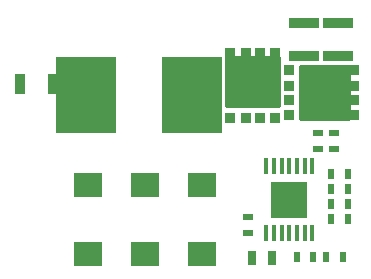
<source format=gbr>
%TF.GenerationSoftware,Altium Limited,Altium Designer,20.1.8 (145)*%
G04 Layer_Color=8421504*
%FSLAX24Y24*%
%MOIN*%
%TF.SameCoordinates,72321C45-B03C-47D1-81AD-3863C6C0A768*%
%TF.FilePolarity,Positive*%
%TF.FileFunction,Paste,Top*%
%TF.Part,Single*%
G01*
G75*
%TA.AperFunction,SMDPad,CuDef*%
G04:AMPARAMS|DCode=14|XSize=255.9mil|YSize=196.9mil|CornerRadius=1mil|HoleSize=0mil|Usage=FLASHONLY|Rotation=90.000|XOffset=0mil|YOffset=0mil|HoleType=Round|Shape=RoundedRectangle|*
%AMROUNDEDRECTD14*
21,1,0.2559,0.1949,0,0,90.0*
21,1,0.2539,0.1969,0,0,90.0*
1,1,0.0020,0.0974,0.1270*
1,1,0.0020,0.0974,-0.1270*
1,1,0.0020,-0.0974,-0.1270*
1,1,0.0020,-0.0974,0.1270*
%
%ADD14ROUNDEDRECTD14*%
G04:AMPARAMS|DCode=15|XSize=33.5mil|YSize=21.7mil|CornerRadius=0.1mil|HoleSize=0mil|Usage=FLASHONLY|Rotation=180.000|XOffset=0mil|YOffset=0mil|HoleType=Round|Shape=RoundedRectangle|*
%AMROUNDEDRECTD15*
21,1,0.0335,0.0214,0,0,180.0*
21,1,0.0332,0.0217,0,0,180.0*
1,1,0.0002,-0.0166,0.0107*
1,1,0.0002,0.0166,0.0107*
1,1,0.0002,0.0166,-0.0107*
1,1,0.0002,-0.0166,-0.0107*
%
%ADD15ROUNDEDRECTD15*%
G04:AMPARAMS|DCode=16|XSize=33.5mil|YSize=19.7mil|CornerRadius=0.1mil|HoleSize=0mil|Usage=FLASHONLY|Rotation=90.000|XOffset=0mil|YOffset=0mil|HoleType=Round|Shape=RoundedRectangle|*
%AMROUNDEDRECTD16*
21,1,0.0335,0.0195,0,0,90.0*
21,1,0.0333,0.0197,0,0,90.0*
1,1,0.0002,0.0097,0.0166*
1,1,0.0002,0.0097,-0.0166*
1,1,0.0002,-0.0097,-0.0166*
1,1,0.0002,-0.0097,0.0166*
%
%ADD16ROUNDEDRECTD16*%
G04:AMPARAMS|DCode=17|XSize=33.5mil|YSize=21.7mil|CornerRadius=0.1mil|HoleSize=0mil|Usage=FLASHONLY|Rotation=270.000|XOffset=0mil|YOffset=0mil|HoleType=Round|Shape=RoundedRectangle|*
%AMROUNDEDRECTD17*
21,1,0.0335,0.0214,0,0,270.0*
21,1,0.0332,0.0217,0,0,270.0*
1,1,0.0002,-0.0107,-0.0166*
1,1,0.0002,-0.0107,0.0166*
1,1,0.0002,0.0107,0.0166*
1,1,0.0002,0.0107,-0.0166*
%
%ADD17ROUNDEDRECTD17*%
G04:AMPARAMS|DCode=18|XSize=65mil|YSize=31.5mil|CornerRadius=0.2mil|HoleSize=0mil|Usage=FLASHONLY|Rotation=90.000|XOffset=0mil|YOffset=0mil|HoleType=Round|Shape=RoundedRectangle|*
%AMROUNDEDRECTD18*
21,1,0.0650,0.0312,0,0,90.0*
21,1,0.0646,0.0315,0,0,90.0*
1,1,0.0003,0.0156,0.0323*
1,1,0.0003,0.0156,-0.0323*
1,1,0.0003,-0.0156,-0.0323*
1,1,0.0003,-0.0156,0.0323*
%
%ADD18ROUNDEDRECTD18*%
G04:AMPARAMS|DCode=19|XSize=92.5mil|YSize=82.7mil|CornerRadius=0.4mil|HoleSize=0mil|Usage=FLASHONLY|Rotation=180.000|XOffset=0mil|YOffset=0mil|HoleType=Round|Shape=RoundedRectangle|*
%AMROUNDEDRECTD19*
21,1,0.0925,0.0818,0,0,180.0*
21,1,0.0917,0.0827,0,0,180.0*
1,1,0.0008,-0.0458,0.0409*
1,1,0.0008,0.0458,0.0409*
1,1,0.0008,0.0458,-0.0409*
1,1,0.0008,-0.0458,-0.0409*
%
%ADD19ROUNDEDRECTD19*%
G04:AMPARAMS|DCode=20|XSize=118mil|YSize=122mil|CornerRadius=0.6mil|HoleSize=0mil|Usage=FLASHONLY|Rotation=90.000|XOffset=0mil|YOffset=0mil|HoleType=Round|Shape=RoundedRectangle|*
%AMROUNDEDRECTD20*
21,1,0.1180,0.1208,0,0,90.0*
21,1,0.1168,0.1220,0,0,90.0*
1,1,0.0012,0.0604,0.0584*
1,1,0.0012,0.0604,-0.0584*
1,1,0.0012,-0.0604,-0.0584*
1,1,0.0012,-0.0604,0.0584*
%
%ADD20ROUNDEDRECTD20*%
G04:AMPARAMS|DCode=21|XSize=56mil|YSize=13.8mil|CornerRadius=0.1mil|HoleSize=0mil|Usage=FLASHONLY|Rotation=270.000|XOffset=0mil|YOffset=0mil|HoleType=Round|Shape=RoundedRectangle|*
%AMROUNDEDRECTD21*
21,1,0.0560,0.0136,0,0,270.0*
21,1,0.0559,0.0138,0,0,270.0*
1,1,0.0001,-0.0068,-0.0279*
1,1,0.0001,-0.0068,0.0279*
1,1,0.0001,0.0068,0.0279*
1,1,0.0001,0.0068,-0.0279*
%
%ADD21ROUNDEDRECTD21*%
G04:AMPARAMS|DCode=22|XSize=47.2mil|YSize=27.6mil|CornerRadius=0.1mil|HoleSize=0mil|Usage=FLASHONLY|Rotation=90.000|XOffset=0mil|YOffset=0mil|HoleType=Round|Shape=RoundedRectangle|*
%AMROUNDEDRECTD22*
21,1,0.0472,0.0273,0,0,90.0*
21,1,0.0470,0.0276,0,0,90.0*
1,1,0.0003,0.0136,0.0235*
1,1,0.0003,0.0136,-0.0235*
1,1,0.0003,-0.0136,-0.0235*
1,1,0.0003,-0.0136,0.0235*
%
%ADD22ROUNDEDRECTD22*%
G04:AMPARAMS|DCode=23|XSize=33.5mil|YSize=19.7mil|CornerRadius=0.1mil|HoleSize=0mil|Usage=FLASHONLY|Rotation=180.000|XOffset=0mil|YOffset=0mil|HoleType=Round|Shape=RoundedRectangle|*
%AMROUNDEDRECTD23*
21,1,0.0335,0.0195,0,0,180.0*
21,1,0.0333,0.0197,0,0,180.0*
1,1,0.0002,-0.0166,0.0097*
1,1,0.0002,0.0166,0.0097*
1,1,0.0002,0.0166,-0.0097*
1,1,0.0002,-0.0166,-0.0097*
%
%ADD23ROUNDEDRECTD23*%
G04:AMPARAMS|DCode=24|XSize=100.4mil|YSize=31.5mil|CornerRadius=0.2mil|HoleSize=0mil|Usage=FLASHONLY|Rotation=0.000|XOffset=0mil|YOffset=0mil|HoleType=Round|Shape=RoundedRectangle|*
%AMROUNDEDRECTD24*
21,1,0.1004,0.0312,0,0,0.0*
21,1,0.1001,0.0315,0,0,0.0*
1,1,0.0003,0.0500,-0.0156*
1,1,0.0003,-0.0500,-0.0156*
1,1,0.0003,-0.0500,0.0156*
1,1,0.0003,0.0500,0.0156*
%
%ADD24ROUNDEDRECTD24*%
G04:AMPARAMS|DCode=44|XSize=35.4mil|YSize=31.5mil|CornerRadius=2.1mil|HoleSize=0mil|Usage=FLASHONLY|Rotation=90.000|XOffset=0mil|YOffset=0mil|HoleType=Round|Shape=RoundedRectangle|*
%AMROUNDEDRECTD44*
21,1,0.0354,0.0273,0,0,90.0*
21,1,0.0312,0.0315,0,0,90.0*
1,1,0.0042,0.0136,0.0156*
1,1,0.0042,0.0136,-0.0156*
1,1,0.0042,-0.0136,-0.0156*
1,1,0.0042,-0.0136,0.0156*
%
%ADD44ROUNDEDRECTD44*%
G04:AMPARAMS|DCode=45|XSize=173.2mil|YSize=183.5mil|CornerRadius=2.8mil|HoleSize=0mil|Usage=FLASHONLY|Rotation=90.000|XOffset=0mil|YOffset=0mil|HoleType=Round|Shape=RoundedRectangle|*
%AMROUNDEDRECTD45*
21,1,0.1732,0.1778,0,0,90.0*
21,1,0.1676,0.1835,0,0,90.0*
1,1,0.0056,0.0889,0.0838*
1,1,0.0056,0.0889,-0.0838*
1,1,0.0056,-0.0889,-0.0838*
1,1,0.0056,-0.0889,0.0838*
%
%ADD45ROUNDEDRECTD45*%
G04:AMPARAMS|DCode=46|XSize=35.4mil|YSize=31.5mil|CornerRadius=2.1mil|HoleSize=0mil|Usage=FLASHONLY|Rotation=0.000|XOffset=0mil|YOffset=0mil|HoleType=Round|Shape=RoundedRectangle|*
%AMROUNDEDRECTD46*
21,1,0.0354,0.0273,0,0,0.0*
21,1,0.0312,0.0315,0,0,0.0*
1,1,0.0042,0.0156,-0.0136*
1,1,0.0042,-0.0156,-0.0136*
1,1,0.0042,-0.0156,0.0136*
1,1,0.0042,0.0156,0.0136*
%
%ADD46ROUNDEDRECTD46*%
G04:AMPARAMS|DCode=47|XSize=173.2mil|YSize=183.5mil|CornerRadius=2.8mil|HoleSize=0mil|Usage=FLASHONLY|Rotation=0.000|XOffset=0mil|YOffset=0mil|HoleType=Round|Shape=RoundedRectangle|*
%AMROUNDEDRECTD47*
21,1,0.1732,0.1778,0,0,0.0*
21,1,0.1676,0.1835,0,0,0.0*
1,1,0.0056,0.0838,-0.0889*
1,1,0.0056,-0.0838,-0.0889*
1,1,0.0056,-0.0838,0.0889*
1,1,0.0056,0.0838,0.0889*
%
%ADD47ROUNDEDRECTD47*%
G36*
X9245Y6612D02*
X8725D01*
Y7097D01*
X9245D01*
Y6612D01*
D02*
G37*
G36*
X8646D02*
X8127D01*
Y7097D01*
X8646D01*
Y6612D01*
D02*
G37*
G36*
X8048D02*
X7528D01*
Y7097D01*
X8048D01*
Y6612D01*
D02*
G37*
G36*
X9245Y6048D02*
X8725D01*
Y6533D01*
X9245D01*
Y6048D01*
D02*
G37*
G36*
X8646D02*
X8127D01*
Y6533D01*
X8646D01*
Y6048D01*
D02*
G37*
G36*
X8048D02*
X7528D01*
Y6533D01*
X8048D01*
Y6048D01*
D02*
G37*
G36*
X9245Y5483D02*
X8725D01*
Y5969D01*
X9245D01*
Y5483D01*
D02*
G37*
G36*
X8646D02*
X8127D01*
Y5969D01*
X8646D01*
Y5483D01*
D02*
G37*
G36*
X8048D02*
X7528D01*
Y5969D01*
X8048D01*
Y5483D01*
D02*
G37*
G36*
X11576Y6313D02*
X11091D01*
Y6833D01*
X11576D01*
Y6313D01*
D02*
G37*
G36*
X11012D02*
X10526D01*
Y6833D01*
X11012D01*
Y6313D01*
D02*
G37*
G36*
X10448D02*
X9962D01*
Y6833D01*
X10448D01*
Y6313D01*
D02*
G37*
G36*
X11576Y5715D02*
X11091D01*
Y6234D01*
X11576D01*
Y5715D01*
D02*
G37*
G36*
X11012D02*
X10526D01*
Y6234D01*
X11012D01*
Y5715D01*
D02*
G37*
G36*
X10448D02*
X9962D01*
Y6234D01*
X10448D01*
Y5715D01*
D02*
G37*
G36*
X11576Y5116D02*
X11091D01*
Y5636D01*
X11576D01*
Y5116D01*
D02*
G37*
G36*
X11012D02*
X10526D01*
Y5636D01*
X11012D01*
Y5116D01*
D02*
G37*
G36*
X10448D02*
X9962D01*
Y5636D01*
X10448D01*
Y5116D01*
D02*
G37*
D14*
X2835Y5906D02*
D03*
X6378D02*
D03*
D15*
X10580Y4654D02*
D03*
Y4103D02*
D03*
X8239Y1847D02*
D03*
Y1296D02*
D03*
D16*
X11014Y3272D02*
D03*
X11565D02*
D03*
X11014Y2777D02*
D03*
X11565D02*
D03*
X10847Y512D02*
D03*
X11398D02*
D03*
X11014Y2272D02*
D03*
X11565D02*
D03*
D17*
X11014Y1769D02*
D03*
X11565D02*
D03*
X9863Y512D02*
D03*
X10414D02*
D03*
D18*
X620Y6260D02*
D03*
X1742D02*
D03*
D19*
X2904Y610D02*
D03*
Y2913D02*
D03*
X4793D02*
D03*
Y610D02*
D03*
X6683D02*
D03*
Y2913D02*
D03*
D20*
X9607Y2416D02*
D03*
D21*
X8839Y3536D02*
D03*
X9095D02*
D03*
X9351D02*
D03*
X9607D02*
D03*
X9863D02*
D03*
X10119D02*
D03*
X10375D02*
D03*
X10375Y1296D02*
D03*
X10119D02*
D03*
X9863D02*
D03*
X9607D02*
D03*
X9351D02*
D03*
X9095D02*
D03*
X8839D02*
D03*
D22*
X9047Y486D02*
D03*
X8378D02*
D03*
D23*
X11112Y4654D02*
D03*
Y4103D02*
D03*
D24*
X11243Y8317D02*
D03*
Y7195D02*
D03*
X10101Y8317D02*
D03*
Y7195D02*
D03*
D44*
X8150Y5128D02*
D03*
X8623D02*
D03*
X9134D02*
D03*
Y7295D02*
D03*
X8623D02*
D03*
X8150D02*
D03*
X7638D02*
D03*
Y5128D02*
D03*
D45*
X8386Y6330D02*
D03*
D46*
X9607Y6722D02*
D03*
X11774D02*
D03*
Y6211D02*
D03*
Y5738D02*
D03*
Y5226D02*
D03*
X9607D02*
D03*
Y5738D02*
D03*
Y6211D02*
D03*
D47*
X10809Y5974D02*
D03*
%TF.MD5,8c72dea7db32da259b77d388ace32577*%
M02*

</source>
